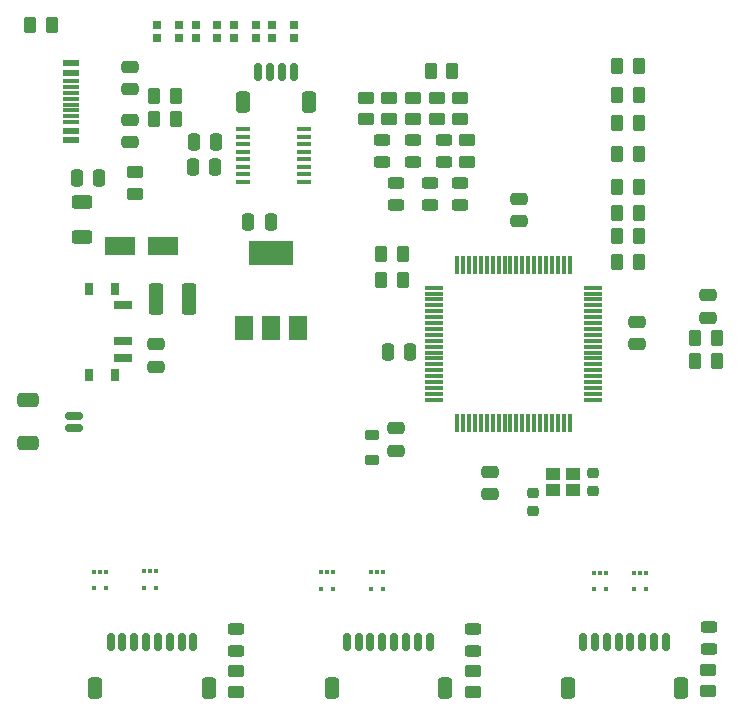
<source format=gbr>
%TF.GenerationSoftware,KiCad,Pcbnew,8.0.1*%
%TF.CreationDate,2024-04-17T14:30:39-04:00*%
%TF.ProjectId,DSPicPiHat,44535069-6350-4694-9861-742e6b696361,rev?*%
%TF.SameCoordinates,Original*%
%TF.FileFunction,Paste,Top*%
%TF.FilePolarity,Positive*%
%FSLAX46Y46*%
G04 Gerber Fmt 4.6, Leading zero omitted, Abs format (unit mm)*
G04 Created by KiCad (PCBNEW 8.0.1) date 2024-04-17 14:30:39*
%MOMM*%
%LPD*%
G01*
G04 APERTURE LIST*
G04 Aperture macros list*
%AMRoundRect*
0 Rectangle with rounded corners*
0 $1 Rounding radius*
0 $2 $3 $4 $5 $6 $7 $8 $9 X,Y pos of 4 corners*
0 Add a 4 corners polygon primitive as box body*
4,1,4,$2,$3,$4,$5,$6,$7,$8,$9,$2,$3,0*
0 Add four circle primitives for the rounded corners*
1,1,$1+$1,$2,$3*
1,1,$1+$1,$4,$5*
1,1,$1+$1,$6,$7*
1,1,$1+$1,$8,$9*
0 Add four rect primitives between the rounded corners*
20,1,$1+$1,$2,$3,$4,$5,0*
20,1,$1+$1,$4,$5,$6,$7,0*
20,1,$1+$1,$6,$7,$8,$9,0*
20,1,$1+$1,$8,$9,$2,$3,0*%
G04 Aperture macros list end*
%ADD10R,0.300000X0.450000*%
%ADD11RoundRect,0.243750X-0.456250X0.243750X-0.456250X-0.243750X0.456250X-0.243750X0.456250X0.243750X0*%
%ADD12RoundRect,0.150000X0.150000X0.625000X-0.150000X0.625000X-0.150000X-0.625000X0.150000X-0.625000X0*%
%ADD13RoundRect,0.250000X0.350000X0.650000X-0.350000X0.650000X-0.350000X-0.650000X0.350000X-0.650000X0*%
%ADD14R,0.700000X0.700000*%
%ADD15RoundRect,0.250000X-0.262500X-0.450000X0.262500X-0.450000X0.262500X0.450000X-0.262500X0.450000X0*%
%ADD16RoundRect,0.250000X0.450000X-0.262500X0.450000X0.262500X-0.450000X0.262500X-0.450000X-0.262500X0*%
%ADD17RoundRect,0.250000X-0.450000X0.262500X-0.450000X-0.262500X0.450000X-0.262500X0.450000X0.262500X0*%
%ADD18R,1.200000X0.400000*%
%ADD19RoundRect,0.250000X0.250000X0.475000X-0.250000X0.475000X-0.250000X-0.475000X0.250000X-0.475000X0*%
%ADD20R,0.800000X1.000000*%
%ADD21R,1.500000X0.700000*%
%ADD22RoundRect,0.250000X-0.475000X0.250000X-0.475000X-0.250000X0.475000X-0.250000X0.475000X0.250000X0*%
%ADD23RoundRect,0.250000X-1.050000X-0.550000X1.050000X-0.550000X1.050000X0.550000X-1.050000X0.550000X0*%
%ADD24RoundRect,0.250000X0.262500X0.450000X-0.262500X0.450000X-0.262500X-0.450000X0.262500X-0.450000X0*%
%ADD25RoundRect,0.243750X0.456250X-0.243750X0.456250X0.243750X-0.456250X0.243750X-0.456250X-0.243750X0*%
%ADD26R,1.150000X1.000000*%
%ADD27RoundRect,0.250000X0.475000X-0.250000X0.475000X0.250000X-0.475000X0.250000X-0.475000X-0.250000X0*%
%ADD28R,1.450000X0.600000*%
%ADD29R,1.450000X0.300000*%
%ADD30R,1.500000X0.300000*%
%ADD31R,0.300000X1.500000*%
%ADD32RoundRect,0.150000X-0.150000X-0.600000X0.150000X-0.600000X0.150000X0.600000X-0.150000X0.600000X0*%
%ADD33RoundRect,0.250000X-0.350000X-0.650000X0.350000X-0.650000X0.350000X0.650000X-0.350000X0.650000X0*%
%ADD34R,1.500000X2.000000*%
%ADD35R,3.800000X2.000000*%
%ADD36RoundRect,0.218750X-0.381250X0.218750X-0.381250X-0.218750X0.381250X-0.218750X0.381250X0.218750X0*%
%ADD37RoundRect,0.225000X-0.250000X0.225000X-0.250000X-0.225000X0.250000X-0.225000X0.250000X0.225000X0*%
%ADD38RoundRect,0.250000X-0.625000X0.312500X-0.625000X-0.312500X0.625000X-0.312500X0.625000X0.312500X0*%
%ADD39RoundRect,0.150000X-0.600000X0.150000X-0.600000X-0.150000X0.600000X-0.150000X0.600000X0.150000X0*%
%ADD40RoundRect,0.250000X-0.650000X0.350000X-0.650000X-0.350000X0.650000X-0.350000X0.650000X0.350000X0*%
%ADD41RoundRect,0.250000X-0.375000X-1.075000X0.375000X-1.075000X0.375000X1.075000X-0.375000X1.075000X0*%
G04 APERTURE END LIST*
D10*
%TO.C,U9*%
X50700000Y-50400000D03*
X50200000Y-50400000D03*
X49700000Y-50400000D03*
X49700000Y-51800000D03*
X50700000Y-51800000D03*
%TD*%
D11*
%TO.C,D10*%
X29600000Y-17362500D03*
X29600000Y-19237500D03*
%TD*%
D12*
%TO.C,J2*%
X20900000Y-8000000D03*
X19900000Y-8000000D03*
X18900000Y-8000000D03*
X17900000Y-8000000D03*
D13*
X22200000Y-10525000D03*
X16600000Y-10525000D03*
%TD*%
D14*
%TO.C,D4*%
X19085000Y-4050000D03*
X19085000Y-5150000D03*
X20915000Y-5150000D03*
X20915000Y-4050000D03*
%TD*%
D10*
%TO.C,U3*%
X9200000Y-50250000D03*
X8700000Y-50250000D03*
X8200000Y-50250000D03*
X8200000Y-51650000D03*
X9200000Y-51650000D03*
%TD*%
D15*
%TO.C,R21*%
X48287500Y-17700000D03*
X50112500Y-17700000D03*
%TD*%
%TO.C,R16*%
X9087500Y-10000000D03*
X10912500Y-10000000D03*
%TD*%
D16*
%TO.C,R10*%
X31000000Y-12012500D03*
X31000000Y-10187500D03*
%TD*%
D15*
%TO.C,R22*%
X48287500Y-19900000D03*
X50112500Y-19900000D03*
%TD*%
D17*
%TO.C,R2*%
X36100000Y-58687500D03*
X36100000Y-60512500D03*
%TD*%
D18*
%TO.C,U11*%
X21802500Y-17275000D03*
X21802500Y-16640000D03*
X21802500Y-16005000D03*
X21802500Y-15370000D03*
X21802500Y-14735000D03*
X21802500Y-14100000D03*
X21802500Y-13465000D03*
X21802500Y-12830000D03*
X16602500Y-12830000D03*
X16602500Y-13465000D03*
X16602500Y-14100000D03*
X16602500Y-14735000D03*
X16602500Y-15370000D03*
X16602500Y-16005000D03*
X16602500Y-16640000D03*
X16602500Y-17275000D03*
%TD*%
D17*
%TO.C,R5*%
X56000000Y-58587500D03*
X56000000Y-60412500D03*
%TD*%
%TO.C,R1*%
X16000000Y-58700000D03*
X16000000Y-60525000D03*
%TD*%
D10*
%TO.C,U10*%
X47300000Y-50400000D03*
X46800000Y-50400000D03*
X46300000Y-50400000D03*
X46300000Y-51800000D03*
X47300000Y-51800000D03*
%TD*%
D15*
%TO.C,R23*%
X48287500Y-21900000D03*
X50112500Y-21900000D03*
%TD*%
D19*
%TO.C,C10*%
X30750000Y-31700000D03*
X28850000Y-31700000D03*
%TD*%
D11*
%TO.C,D6*%
X35000000Y-17362500D03*
X35000000Y-19237500D03*
%TD*%
D19*
%TO.C,C20*%
X14250000Y-16050000D03*
X12350000Y-16050000D03*
%TD*%
%TO.C,C15*%
X14350000Y-13900000D03*
X12450000Y-13900000D03*
%TD*%
D20*
%TO.C,SW1*%
X5780000Y-26350000D03*
X3570000Y-26350000D03*
X5780000Y-33650000D03*
X3570000Y-33650000D03*
D21*
X6430000Y-27750000D03*
X6430000Y-30750000D03*
X6430000Y-32250000D03*
%TD*%
D22*
%TO.C,C12*%
X29600000Y-38150000D03*
X29600000Y-40050000D03*
%TD*%
D16*
%TO.C,R8*%
X35000000Y-12012500D03*
X35000000Y-10187500D03*
%TD*%
D10*
%TO.C,U4*%
X5000000Y-50300000D03*
X4500000Y-50300000D03*
X4000000Y-50300000D03*
X4000000Y-51700000D03*
X5000000Y-51700000D03*
%TD*%
D15*
%TO.C,R24*%
X48287500Y-24100000D03*
X50112500Y-24100000D03*
%TD*%
D23*
%TO.C,C21*%
X6200000Y-22750000D03*
X9800000Y-22750000D03*
%TD*%
D22*
%TO.C,C11*%
X37500000Y-41850000D03*
X37500000Y-43750000D03*
%TD*%
D16*
%TO.C,R9*%
X33000000Y-12012500D03*
X33000000Y-10187500D03*
%TD*%
%TO.C,R7*%
X35600000Y-15612500D03*
X35600000Y-13787500D03*
%TD*%
D15*
%TO.C,R15*%
X9087500Y-12000000D03*
X10912500Y-12000000D03*
%TD*%
D11*
%TO.C,D7*%
X33600000Y-13762500D03*
X33600000Y-15637500D03*
%TD*%
D24*
%TO.C,R13*%
X412500Y-4000000D03*
X-1412500Y-4000000D03*
%TD*%
%TO.C,R20*%
X50112500Y-14900000D03*
X48287500Y-14900000D03*
%TD*%
%TO.C,R17*%
X50112500Y-7500000D03*
X48287500Y-7500000D03*
%TD*%
D14*
%TO.C,D13*%
X9335000Y-4050000D03*
X9335000Y-5150000D03*
X11165000Y-5150000D03*
X11165000Y-4050000D03*
%TD*%
D25*
%TO.C,D1*%
X16000000Y-57037500D03*
X16000000Y-55162500D03*
%TD*%
D24*
%TO.C,R25*%
X30112500Y-25600000D03*
X28287500Y-25600000D03*
%TD*%
D10*
%TO.C,U7*%
X24250000Y-50330000D03*
X23750000Y-50330000D03*
X23250000Y-50330000D03*
X23250000Y-51730000D03*
X24250000Y-51730000D03*
%TD*%
D24*
%TO.C,R18*%
X50112500Y-9900000D03*
X48287500Y-9900000D03*
%TD*%
D15*
%TO.C,R26*%
X28287500Y-23400000D03*
X30112500Y-23400000D03*
%TD*%
D26*
%TO.C,Y1*%
X44575000Y-42000000D03*
X42825000Y-42000000D03*
X42825000Y-43400000D03*
X44575000Y-43400000D03*
%TD*%
D27*
%TO.C,C17*%
X7000000Y-9450000D03*
X7000000Y-7550000D03*
%TD*%
D28*
%TO.C,J5*%
X2045000Y-7250000D03*
X2045000Y-8050000D03*
D29*
X2045000Y-9250000D03*
X2045000Y-10250000D03*
X2045000Y-10750000D03*
X2045000Y-11750000D03*
D28*
X2045000Y-12950000D03*
X2045000Y-13750000D03*
X2045000Y-13750000D03*
X2045000Y-12950000D03*
D29*
X2045000Y-12250000D03*
X2045000Y-11250000D03*
X2045000Y-9750000D03*
X2045000Y-8750000D03*
D28*
X2045000Y-8050000D03*
X2045000Y-7250000D03*
%TD*%
D24*
%TO.C,R6*%
X34325000Y-7900000D03*
X32500000Y-7900000D03*
%TD*%
D14*
%TO.C,D12*%
X12585000Y-4050000D03*
X12585000Y-5150000D03*
X14415000Y-5150000D03*
X14415000Y-4050000D03*
%TD*%
D24*
%TO.C,R3*%
X56725000Y-30500000D03*
X54900000Y-30500000D03*
%TD*%
D16*
%TO.C,R12*%
X27000000Y-12012500D03*
X27000000Y-10187500D03*
%TD*%
D30*
%TO.C,U1*%
X32800000Y-26250000D03*
X32800000Y-26750000D03*
X32800000Y-27250000D03*
X32800000Y-27750000D03*
X32800000Y-28250000D03*
X32800000Y-28750000D03*
X32800000Y-29250000D03*
X32800000Y-29750000D03*
X32800000Y-30250000D03*
X32800000Y-30750000D03*
X32800000Y-31250000D03*
X32800000Y-31750000D03*
X32800000Y-32250000D03*
X32800000Y-32750000D03*
X32800000Y-33250000D03*
X32800000Y-33750000D03*
X32800000Y-34250000D03*
X32800000Y-34750000D03*
X32800000Y-35250000D03*
X32800000Y-35750000D03*
D31*
X34750000Y-37700000D03*
X35250000Y-37700000D03*
X35750000Y-37700000D03*
X36250000Y-37700000D03*
X36750000Y-37700000D03*
X37250000Y-37700000D03*
X37750000Y-37700000D03*
X38250000Y-37700000D03*
X38750000Y-37700000D03*
X39250000Y-37700000D03*
X39750000Y-37700000D03*
X40250000Y-37700000D03*
X40750000Y-37700000D03*
X41250000Y-37700000D03*
X41750000Y-37700000D03*
X42250000Y-37700000D03*
X42750000Y-37700000D03*
X43250000Y-37700000D03*
X43750000Y-37700000D03*
X44250000Y-37700000D03*
D30*
X46200000Y-35750000D03*
X46200000Y-35250000D03*
X46200000Y-34750000D03*
X46200000Y-34250000D03*
X46200000Y-33750000D03*
X46200000Y-33250000D03*
X46200000Y-32750000D03*
X46200000Y-32250000D03*
X46200000Y-31750000D03*
X46200000Y-31250000D03*
X46200000Y-30750000D03*
X46200000Y-30250000D03*
X46200000Y-29750000D03*
X46200000Y-29250000D03*
X46200000Y-28750000D03*
X46200000Y-28250000D03*
X46200000Y-27750000D03*
X46200000Y-27250000D03*
X46200000Y-26750000D03*
X46200000Y-26250000D03*
D31*
X44250000Y-24300000D03*
X43750000Y-24300000D03*
X43250000Y-24300000D03*
X42750000Y-24300000D03*
X42250000Y-24300000D03*
X41750000Y-24300000D03*
X41250000Y-24300000D03*
X40750000Y-24300000D03*
X40250000Y-24300000D03*
X39750000Y-24300000D03*
X39250000Y-24300000D03*
X38750000Y-24300000D03*
X38250000Y-24300000D03*
X37750000Y-24300000D03*
X37250000Y-24300000D03*
X36750000Y-24300000D03*
X36250000Y-24300000D03*
X35750000Y-24300000D03*
X35250000Y-24300000D03*
X34750000Y-24300000D03*
%TD*%
D32*
%TO.C,Connector_X1*%
X5400000Y-56275000D03*
X6400000Y-56275000D03*
X7400000Y-56275000D03*
X8400000Y-56275000D03*
X9400000Y-56275000D03*
X10400000Y-56275000D03*
X11400000Y-56275000D03*
X12400000Y-56275000D03*
D33*
X4100000Y-60175000D03*
X13700000Y-60175000D03*
%TD*%
D22*
%TO.C,C19*%
X9250000Y-31050000D03*
X9250000Y-32950000D03*
%TD*%
D16*
%TO.C,R11*%
X29000000Y-12012500D03*
X29000000Y-10187500D03*
%TD*%
D24*
%TO.C,R19*%
X50112500Y-12300000D03*
X48287500Y-12300000D03*
%TD*%
D25*
%TO.C,D3*%
X56100000Y-56837500D03*
X56100000Y-54962500D03*
%TD*%
D11*
%TO.C,D9*%
X31000000Y-13762500D03*
X31000000Y-15637500D03*
%TD*%
D34*
%TO.C,U12*%
X16700000Y-29650000D03*
X19000000Y-29650000D03*
D35*
X19000000Y-23350000D03*
D34*
X21300000Y-29650000D03*
%TD*%
D36*
%TO.C,L1*%
X27500000Y-38706250D03*
X27500000Y-40831250D03*
%TD*%
D11*
%TO.C,D11*%
X28400000Y-13762500D03*
X28400000Y-15637500D03*
%TD*%
D25*
%TO.C,D2*%
X36100000Y-57037500D03*
X36100000Y-55162500D03*
%TD*%
D32*
%TO.C,Connector_Y1*%
X25400000Y-56275000D03*
X26400000Y-56275000D03*
X27400000Y-56275000D03*
X28400000Y-56275000D03*
X29400000Y-56275000D03*
X30400000Y-56275000D03*
X31400000Y-56275000D03*
X32400000Y-56275000D03*
D33*
X24100000Y-60175000D03*
X33700000Y-60175000D03*
%TD*%
D37*
%TO.C,C13*%
X41200000Y-43625000D03*
X41200000Y-45175000D03*
%TD*%
D27*
%TO.C,C6*%
X40000000Y-20650000D03*
X40000000Y-18750000D03*
%TD*%
D19*
%TO.C,C18*%
X4450000Y-17000000D03*
X2550000Y-17000000D03*
%TD*%
D11*
%TO.C,D8*%
X32400000Y-17362500D03*
X32400000Y-19237500D03*
%TD*%
D17*
%TO.C,R14*%
X7500000Y-16500000D03*
X7500000Y-18325000D03*
%TD*%
D19*
%TO.C,C22*%
X18950000Y-20700000D03*
X17050000Y-20700000D03*
%TD*%
D38*
%TO.C,FB1*%
X3000000Y-19037500D03*
X3000000Y-21962500D03*
%TD*%
D37*
%TO.C,C14*%
X46200000Y-41925000D03*
X46200000Y-43475000D03*
%TD*%
D22*
%TO.C,C16*%
X7000000Y-12050000D03*
X7000000Y-13950000D03*
%TD*%
D32*
%TO.C,Connector_Z1*%
X45400000Y-56275000D03*
X46400000Y-56275000D03*
X47400000Y-56275000D03*
X48400000Y-56275000D03*
X49400000Y-56275000D03*
X50400000Y-56275000D03*
X51400000Y-56275000D03*
X52400000Y-56275000D03*
D33*
X44100000Y-60175000D03*
X53700000Y-60175000D03*
%TD*%
D22*
%TO.C,C5*%
X56000000Y-26900000D03*
X56000000Y-28800000D03*
%TD*%
D14*
%TO.C,D5*%
X15835000Y-4050000D03*
X15835000Y-5150000D03*
X17665000Y-5150000D03*
X17665000Y-4050000D03*
%TD*%
D39*
%TO.C,J6*%
X2325000Y-37100000D03*
X2325000Y-38100000D03*
D40*
X-1575000Y-35800000D03*
X-1575000Y-39400000D03*
%TD*%
D41*
%TO.C,F1*%
X9200000Y-27200000D03*
X12000000Y-27200000D03*
%TD*%
D15*
%TO.C,R4*%
X54900000Y-32500000D03*
X56725000Y-32500000D03*
%TD*%
D22*
%TO.C,C9*%
X50000000Y-29150000D03*
X50000000Y-31050000D03*
%TD*%
D10*
%TO.C,U6*%
X28450000Y-50330000D03*
X27950000Y-50330000D03*
X27450000Y-50330000D03*
X27450000Y-51730000D03*
X28450000Y-51730000D03*
%TD*%
M02*

</source>
